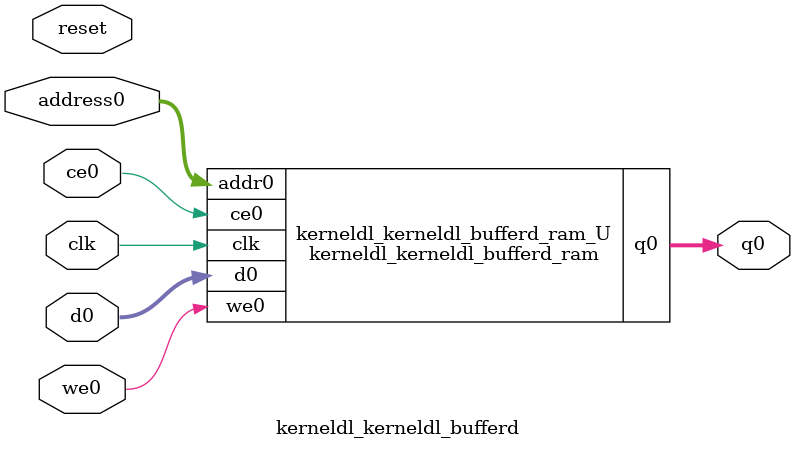
<source format=v>
`timescale 1 ns / 1 ps
module kerneldl_kerneldl_bufferd_ram (addr0, ce0, d0, we0, q0,  clk);

parameter DWIDTH = 32;
parameter AWIDTH = 15;
parameter MEM_SIZE = 24000;

input[AWIDTH-1:0] addr0;
input ce0;
input[DWIDTH-1:0] d0;
input we0;
output reg[DWIDTH-1:0] q0;
input clk;

(* ram_style = "block" *)reg [DWIDTH-1:0] ram[0:MEM_SIZE-1];




always @(posedge clk)  
begin 
    if (ce0) 
    begin
        if (we0) 
        begin 
            ram[addr0] <= d0; 
        end 
        q0 <= ram[addr0];
    end
end


endmodule

`timescale 1 ns / 1 ps
module kerneldl_kerneldl_bufferd(
    reset,
    clk,
    address0,
    ce0,
    we0,
    d0,
    q0);

parameter DataWidth = 32'd32;
parameter AddressRange = 32'd24000;
parameter AddressWidth = 32'd15;
input reset;
input clk;
input[AddressWidth - 1:0] address0;
input ce0;
input we0;
input[DataWidth - 1:0] d0;
output[DataWidth - 1:0] q0;



kerneldl_kerneldl_bufferd_ram kerneldl_kerneldl_bufferd_ram_U(
    .clk( clk ),
    .addr0( address0 ),
    .ce0( ce0 ),
    .we0( we0 ),
    .d0( d0 ),
    .q0( q0 ));

endmodule


</source>
